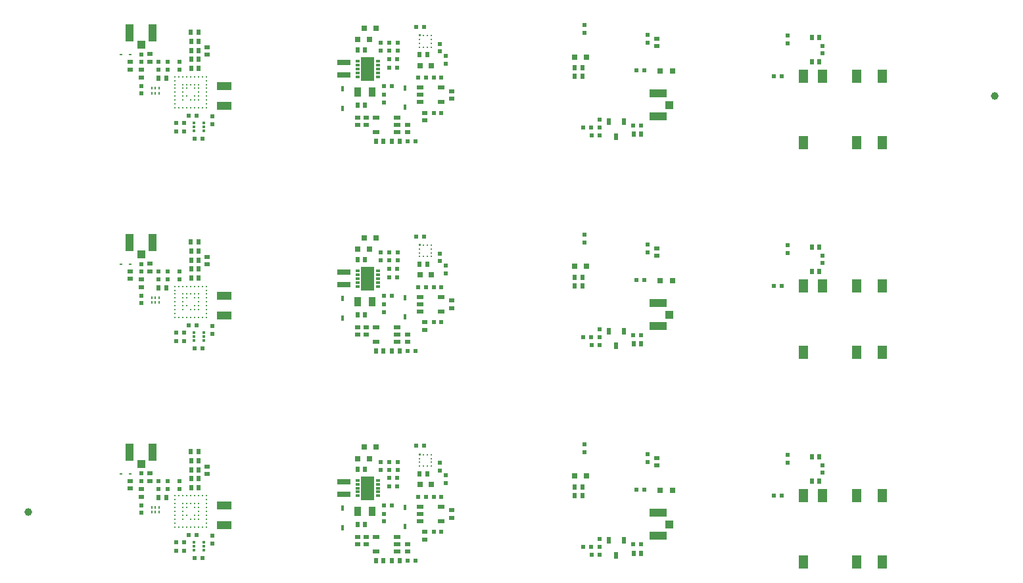
<source format=gbp>
G04*
G04 #@! TF.GenerationSoftware,Altium Limited,Altium Designer,19.0.15 (446)*
G04*
G04 Layer_Color=128*
%FSAX25Y25*%
%MOIN*%
G70*
G01*
G75*
%ADD10C,0.03937*%
%ADD12R,0.03937X0.03937*%
%ADD13R,0.08661X0.04134*%
%ADD15R,0.02520X0.02362*%
%ADD20R,0.02362X0.02520*%
%ADD36R,0.02362X0.01968*%
%ADD37R,0.02441X0.02244*%
%ADD38R,0.02244X0.02441*%
%ADD39R,0.05118X0.07087*%
%ADD41R,0.03150X0.03150*%
%ADD42R,0.01968X0.02362*%
%ADD43R,0.01890X0.03740*%
%ADD46R,0.01772X0.02756*%
%ADD47R,0.01083X0.00984*%
%ADD48R,0.00984X0.01083*%
%ADD49R,0.00394X0.00394*%
%ADD50R,0.03740X0.01890*%
%ADD51R,0.01968X0.01181*%
%ADD52R,0.06890X0.12205*%
%ADD53R,0.06693X0.02756*%
%ADD54R,0.03543X0.05118*%
%ADD56R,0.01417X0.00984*%
%ADD57R,0.03937X0.03937*%
%ADD58R,0.04134X0.08661*%
%ADD59R,0.00787X0.01181*%
%ADD60R,0.01772X0.01181*%
%ADD61C,0.01063*%
%ADD62R,0.07480X0.04331*%
%ADD108C,0.00039*%
G36*
X0968652Y0564292D02*
X0968307Y0563947D01*
X0967668Y0563947D01*
Y0565030D01*
X0968652D01*
X0968652Y0564292D01*
D02*
G37*
G36*
Y0457993D02*
X0968307Y0457648D01*
X0967668Y0457648D01*
Y0458731D01*
X0968652D01*
X0968652Y0457993D01*
D02*
G37*
G36*
Y0351694D02*
X0968307Y0351349D01*
X0967668Y0351349D01*
Y0352432D01*
X0968652D01*
X0968652Y0351694D01*
D02*
G37*
D10*
X0769685Y0322835D02*
D03*
X1259842Y0533661D02*
D03*
D12*
X1094806Y0316565D02*
D03*
Y0422865D02*
D03*
Y0529164D02*
D03*
D13*
X1088900Y0322373D02*
D03*
Y0310758D02*
D03*
Y0428672D02*
D03*
Y0417058D02*
D03*
Y0534971D02*
D03*
Y0523357D02*
D03*
D15*
X1088239Y0350227D02*
D03*
Y0346447D02*
D03*
Y0456526D02*
D03*
Y0452746D02*
D03*
Y0562825D02*
D03*
Y0559046D02*
D03*
X0941191Y0310227D02*
D03*
Y0306447D02*
D03*
X0936585Y0310188D02*
D03*
Y0306408D02*
D03*
X0962136Y0302747D02*
D03*
Y0306526D02*
D03*
X0970798Y0312668D02*
D03*
Y0308888D02*
D03*
X0984223Y0319872D02*
D03*
Y0323652D02*
D03*
X0941191Y0416526D02*
D03*
Y0412746D02*
D03*
X0936585Y0416487D02*
D03*
Y0412707D02*
D03*
X0962136Y0409046D02*
D03*
Y0412825D02*
D03*
X0970798Y0418967D02*
D03*
Y0415188D02*
D03*
X0984223Y0426172D02*
D03*
Y0429951D02*
D03*
X0941191Y0522825D02*
D03*
Y0519046D02*
D03*
X0936585Y0522786D02*
D03*
Y0519006D02*
D03*
X0962136Y0515345D02*
D03*
Y0519125D02*
D03*
X0970798Y0525266D02*
D03*
Y0521487D02*
D03*
X0984223Y0532471D02*
D03*
Y0536250D02*
D03*
X0860404Y0342077D02*
D03*
Y0345857D02*
D03*
X0826979Y0334345D02*
D03*
Y0330565D02*
D03*
X0831428Y0338573D02*
D03*
Y0342353D02*
D03*
X0821432Y0338428D02*
D03*
Y0334648D02*
D03*
X0860404Y0448377D02*
D03*
Y0452156D02*
D03*
X0826979Y0440644D02*
D03*
Y0436865D02*
D03*
X0831428Y0444873D02*
D03*
Y0448652D02*
D03*
X0821432Y0444727D02*
D03*
Y0440947D02*
D03*
X0860404Y0554676D02*
D03*
Y0558455D02*
D03*
X0826979Y0546943D02*
D03*
Y0543164D02*
D03*
X0831428Y0551172D02*
D03*
Y0554951D02*
D03*
X0821432Y0551026D02*
D03*
Y0547247D02*
D03*
D20*
X1170758Y0338416D02*
D03*
X1166979D02*
D03*
X1170758Y0350896D02*
D03*
X1166979D02*
D03*
X1170758Y0444715D02*
D03*
X1166979D02*
D03*
X1170758Y0457195D02*
D03*
X1166979D02*
D03*
X1170758Y0551014D02*
D03*
X1166979D02*
D03*
X1170758Y0563495D02*
D03*
X1166979D02*
D03*
X1050601Y0331014D02*
D03*
X1046821D02*
D03*
X1050601Y0335542D02*
D03*
X1046821D02*
D03*
X1076546Y0301841D02*
D03*
X1080325D02*
D03*
X1050601Y0437314D02*
D03*
X1046821D02*
D03*
X1050601Y0441841D02*
D03*
X1046821D02*
D03*
X1076546Y0408140D02*
D03*
X1080325D02*
D03*
X1050601Y0543613D02*
D03*
X1046821D02*
D03*
X1050601Y0548140D02*
D03*
X1046821D02*
D03*
X1076546Y0514439D02*
D03*
X1080325D02*
D03*
X0957924Y0298061D02*
D03*
X0954144D02*
D03*
X0945994D02*
D03*
X0949774D02*
D03*
X0968160Y0342117D02*
D03*
X0971939D02*
D03*
X0936625Y0316408D02*
D03*
X0940404D02*
D03*
X0936664Y0344361D02*
D03*
X0940443D02*
D03*
X0957924Y0404361D02*
D03*
X0954144D02*
D03*
X0945994D02*
D03*
X0949774D02*
D03*
X0968160Y0448416D02*
D03*
X0971939D02*
D03*
X0936625Y0422707D02*
D03*
X0940404D02*
D03*
X0936664Y0450660D02*
D03*
X0940443D02*
D03*
X0957924Y0510660D02*
D03*
X0954144D02*
D03*
X0945994D02*
D03*
X0949774D02*
D03*
X0968160Y0554715D02*
D03*
X0971939D02*
D03*
X0936625Y0529006D02*
D03*
X0940404D02*
D03*
X0936664Y0556959D02*
D03*
X0940443D02*
D03*
X0855955Y0353337D02*
D03*
X0852176D02*
D03*
X0855992Y0335109D02*
D03*
X0852213D02*
D03*
X0855992Y0344243D02*
D03*
X0852213D02*
D03*
X0855992Y0339676D02*
D03*
X0852213D02*
D03*
X0855992Y0348770D02*
D03*
X0852213D02*
D03*
X0835837Y0330148D02*
D03*
X0839617D02*
D03*
X0855955Y0459636D02*
D03*
X0852176D02*
D03*
X0855992Y0441408D02*
D03*
X0852213D02*
D03*
X0855992Y0450542D02*
D03*
X0852213D02*
D03*
X0855992Y0445975D02*
D03*
X0852213D02*
D03*
X0855992Y0455069D02*
D03*
X0852213D02*
D03*
X0835837Y0436447D02*
D03*
X0839617D02*
D03*
X0855955Y0565936D02*
D03*
X0852176D02*
D03*
X0855992Y0547707D02*
D03*
X0852213D02*
D03*
X0855992Y0556841D02*
D03*
X0852213D02*
D03*
X0855992Y0552274D02*
D03*
X0852213D02*
D03*
X0855992Y0561369D02*
D03*
X0852213D02*
D03*
X0835837Y0542746D02*
D03*
X0839617D02*
D03*
D36*
X1154735Y0347904D02*
D03*
Y0351841D02*
D03*
Y0454203D02*
D03*
Y0458140D02*
D03*
Y0560502D02*
D03*
Y0564439D02*
D03*
X1051585Y0357077D02*
D03*
Y0353140D02*
D03*
X1083790Y0352195D02*
D03*
Y0348258D02*
D03*
X1059302Y0309164D02*
D03*
Y0305227D02*
D03*
X1051585Y0463377D02*
D03*
Y0459439D02*
D03*
X1083790Y0458495D02*
D03*
Y0454558D02*
D03*
X1059302Y0415463D02*
D03*
Y0411526D02*
D03*
X1051585Y0569676D02*
D03*
Y0565739D02*
D03*
X1083790Y0564794D02*
D03*
Y0560857D02*
D03*
X1059302Y0521762D02*
D03*
Y0517825D02*
D03*
X0956939Y0348101D02*
D03*
Y0344164D02*
D03*
X0952609Y0348061D02*
D03*
Y0344125D02*
D03*
X0948278Y0348061D02*
D03*
Y0344125D02*
D03*
X0981506Y0337471D02*
D03*
Y0341408D02*
D03*
X0978317Y0347628D02*
D03*
Y0343691D02*
D03*
X0950113Y0317955D02*
D03*
Y0321892D02*
D03*
X0956939Y0454400D02*
D03*
Y0450463D02*
D03*
X0952609Y0454361D02*
D03*
Y0450424D02*
D03*
X0948278Y0454361D02*
D03*
Y0450424D02*
D03*
X0981506Y0443770D02*
D03*
Y0447707D02*
D03*
X0978317Y0453928D02*
D03*
Y0449991D02*
D03*
X0950113Y0424254D02*
D03*
Y0428191D02*
D03*
X0956939Y0560699D02*
D03*
Y0556762D02*
D03*
X0952609Y0560660D02*
D03*
Y0556723D02*
D03*
X0948278Y0560660D02*
D03*
Y0556723D02*
D03*
X0981506Y0550069D02*
D03*
Y0554006D02*
D03*
X0978317Y0560227D02*
D03*
Y0556290D02*
D03*
X0950113Y0530554D02*
D03*
Y0534491D02*
D03*
X0840207Y0334439D02*
D03*
Y0338376D02*
D03*
X0835837Y0334439D02*
D03*
Y0338376D02*
D03*
X0846270Y0334518D02*
D03*
Y0338455D02*
D03*
X0863002Y0306920D02*
D03*
Y0310857D02*
D03*
X0840207Y0440739D02*
D03*
Y0444676D02*
D03*
X0835837Y0440739D02*
D03*
Y0444676D02*
D03*
X0846270Y0440817D02*
D03*
Y0444754D02*
D03*
X0863002Y0413219D02*
D03*
Y0417156D02*
D03*
X0840207Y0547038D02*
D03*
Y0550975D02*
D03*
X0835837Y0547038D02*
D03*
Y0550975D02*
D03*
X0846270Y0547117D02*
D03*
Y0551054D02*
D03*
X0863002Y0519518D02*
D03*
Y0523455D02*
D03*
D37*
X1172254Y0346526D02*
D03*
Y0342825D02*
D03*
Y0452825D02*
D03*
Y0449124D02*
D03*
Y0559125D02*
D03*
Y0555424D02*
D03*
X0826979Y0338573D02*
D03*
Y0342274D02*
D03*
Y0322540D02*
D03*
Y0326241D02*
D03*
Y0444873D02*
D03*
Y0448573D02*
D03*
Y0428839D02*
D03*
Y0432540D02*
D03*
Y0551172D02*
D03*
Y0554873D02*
D03*
Y0535139D02*
D03*
Y0538839D02*
D03*
D38*
X1147845Y0331211D02*
D03*
X1151546D02*
D03*
X1147845Y0437510D02*
D03*
X1151546D02*
D03*
X1147845Y0543810D02*
D03*
X1151546D02*
D03*
D39*
X1162806Y0331211D02*
D03*
X1172254D02*
D03*
X1189577D02*
D03*
X1202569D02*
D03*
X1162806Y0297353D02*
D03*
X1202569D02*
D03*
X1189577D02*
D03*
X1162806Y0437510D02*
D03*
X1172254D02*
D03*
X1189577D02*
D03*
X1202569D02*
D03*
X1162806Y0403652D02*
D03*
X1202569D02*
D03*
X1189577D02*
D03*
X1162806Y0543810D02*
D03*
X1172254D02*
D03*
X1189577D02*
D03*
X1202569D02*
D03*
X1162806Y0509951D02*
D03*
X1202569D02*
D03*
X1189577D02*
D03*
D41*
X1090107Y0333731D02*
D03*
X1096406D02*
D03*
X1046821Y0340975D02*
D03*
X1052727D02*
D03*
X1090107Y0440030D02*
D03*
X1096406D02*
D03*
X1046821Y0447274D02*
D03*
X1052727D02*
D03*
X1090107Y0546329D02*
D03*
X1096406D02*
D03*
X1046821Y0553573D02*
D03*
X1052727D02*
D03*
X0968199Y0336644D02*
D03*
X0974105D02*
D03*
X0940117Y0355632D02*
D03*
X0946022D02*
D03*
X0936664Y0349794D02*
D03*
X0942569D02*
D03*
X0968199Y0442943D02*
D03*
X0974105D02*
D03*
X0940117Y0461932D02*
D03*
X0946022D02*
D03*
X0936664Y0456093D02*
D03*
X0942569D02*
D03*
X0968199Y0549243D02*
D03*
X0974105D02*
D03*
X0940117Y0568231D02*
D03*
X0946022D02*
D03*
X0936664Y0562392D02*
D03*
X0942569D02*
D03*
D42*
X1078160Y0334006D02*
D03*
X1082097D02*
D03*
X1076388Y0306290D02*
D03*
X1080325D02*
D03*
X1051113Y0305266D02*
D03*
X1055050D02*
D03*
X1059223Y0301132D02*
D03*
X1055286D02*
D03*
X1078160Y0440306D02*
D03*
X1082097D02*
D03*
X1076388Y0412589D02*
D03*
X1080325D02*
D03*
X1051113Y0411565D02*
D03*
X1055050D02*
D03*
X1059223Y0407432D02*
D03*
X1055286D02*
D03*
X1078160Y0546605D02*
D03*
X1082097D02*
D03*
X1076388Y0518888D02*
D03*
X1080325D02*
D03*
X1051113Y0517865D02*
D03*
X1055050D02*
D03*
X1059223Y0513731D02*
D03*
X1055286D02*
D03*
X0962097Y0298140D02*
D03*
X0966034D02*
D03*
X0952609Y0335620D02*
D03*
X0956546D02*
D03*
X0952609Y0339951D02*
D03*
X0956546D02*
D03*
X0966286Y0356290D02*
D03*
X0970223D02*
D03*
X0950097Y0326050D02*
D03*
X0954034D02*
D03*
X0975207Y0312668D02*
D03*
X0979144D02*
D03*
X0979144Y0330345D02*
D03*
X0975207D02*
D03*
X0967294D02*
D03*
X0971231D02*
D03*
X0962097Y0404439D02*
D03*
X0966034D02*
D03*
X0952609Y0441920D02*
D03*
X0956546D02*
D03*
X0952609Y0446250D02*
D03*
X0956546D02*
D03*
X0966286Y0462589D02*
D03*
X0970223D02*
D03*
X0950097Y0432349D02*
D03*
X0954034D02*
D03*
X0975207Y0418967D02*
D03*
X0979144D02*
D03*
X0979144Y0436644D02*
D03*
X0975207D02*
D03*
X0967294D02*
D03*
X0971231D02*
D03*
X0962097Y0510739D02*
D03*
X0966034D02*
D03*
X0952609Y0548219D02*
D03*
X0956546D02*
D03*
X0952609Y0552550D02*
D03*
X0956546D02*
D03*
X0966286Y0568888D02*
D03*
X0970223D02*
D03*
X0950097Y0538648D02*
D03*
X0954034D02*
D03*
X0975207Y0525266D02*
D03*
X0979144D02*
D03*
X0979144Y0542943D02*
D03*
X0975207D02*
D03*
X0967294D02*
D03*
X0971231D02*
D03*
X0848632Y0307353D02*
D03*
X0844695D02*
D03*
X0848593Y0303022D02*
D03*
X0844656D02*
D03*
X0858081Y0299361D02*
D03*
X0854144D02*
D03*
X0851034Y0311211D02*
D03*
X0854971D02*
D03*
X0848632Y0413652D02*
D03*
X0844695D02*
D03*
X0848593Y0409321D02*
D03*
X0844656D02*
D03*
X0858081Y0405660D02*
D03*
X0854144D02*
D03*
X0851034Y0417510D02*
D03*
X0854971D02*
D03*
X0848632Y0519951D02*
D03*
X0844695D02*
D03*
X0848593Y0515621D02*
D03*
X0844656D02*
D03*
X0858081Y0511959D02*
D03*
X0854144D02*
D03*
X0851034Y0523809D02*
D03*
X0854971D02*
D03*
D43*
X1063947Y0308298D02*
D03*
X1071585D02*
D03*
X1067766Y0300660D02*
D03*
X1063947Y0414597D02*
D03*
X1071585D02*
D03*
X1067766Y0406959D02*
D03*
X1063947Y0520896D02*
D03*
X1071585D02*
D03*
X1067766Y0513258D02*
D03*
D46*
X0929105Y0314896D02*
D03*
Y0324739D02*
D03*
X0960680Y0325187D02*
D03*
Y0315345D02*
D03*
X0929105Y0421195D02*
D03*
Y0431038D02*
D03*
X0960680Y0431487D02*
D03*
Y0421644D02*
D03*
X0929105Y0527495D02*
D03*
Y0537337D02*
D03*
X0960680Y0537786D02*
D03*
Y0527943D02*
D03*
D47*
X0968160Y0349912D02*
D03*
Y0347943D02*
D03*
X0974065D02*
D03*
X0974065Y0349912D02*
D03*
X0968160Y0456211D02*
D03*
Y0454243D02*
D03*
X0974065D02*
D03*
X0974065Y0456211D02*
D03*
X0968160Y0562510D02*
D03*
Y0560542D02*
D03*
X0974065D02*
D03*
X0974065Y0562510D02*
D03*
D48*
X0968160Y0345975D02*
D03*
X0970128D02*
D03*
X0972097D02*
D03*
X0974065D02*
D03*
Y0351880D02*
D03*
X0972097D02*
D03*
X0970128D02*
D03*
X0968160Y0452274D02*
D03*
X0970128D02*
D03*
X0972097D02*
D03*
X0974065D02*
D03*
Y0458180D02*
D03*
X0972097D02*
D03*
X0970128D02*
D03*
X0968160Y0558573D02*
D03*
X0970128D02*
D03*
X0972097D02*
D03*
X0974065D02*
D03*
Y0564479D02*
D03*
X0972097D02*
D03*
X0970128D02*
D03*
D49*
X0968160Y0351880D02*
D03*
Y0458180D02*
D03*
Y0564479D02*
D03*
D50*
X0956625Y0310227D02*
D03*
Y0302747D02*
D03*
X0945994D02*
D03*
Y0310227D02*
D03*
X0956625Y0306487D02*
D03*
X0968514Y0318022D02*
D03*
Y0325502D02*
D03*
X0979144D02*
D03*
Y0318022D02*
D03*
X0968514Y0321762D02*
D03*
X0956625Y0416526D02*
D03*
Y0409046D02*
D03*
X0945994D02*
D03*
Y0416526D02*
D03*
X0956625Y0412786D02*
D03*
X0968514Y0424321D02*
D03*
Y0431802D02*
D03*
X0979144D02*
D03*
Y0424321D02*
D03*
X0968514Y0428061D02*
D03*
X0956625Y0522825D02*
D03*
Y0515345D02*
D03*
X0945994D02*
D03*
Y0522825D02*
D03*
X0956625Y0519085D02*
D03*
X0968514Y0530621D02*
D03*
Y0538101D02*
D03*
X0979144D02*
D03*
Y0530621D02*
D03*
X0968514Y0534361D02*
D03*
D51*
X0936644Y0330967D02*
D03*
Y0332936D02*
D03*
Y0334904D02*
D03*
Y0336873D02*
D03*
Y0338841D02*
D03*
X0947077D02*
D03*
Y0336873D02*
D03*
Y0334904D02*
D03*
Y0332936D02*
D03*
Y0330967D02*
D03*
X0936644Y0437266D02*
D03*
Y0439235D02*
D03*
Y0441203D02*
D03*
Y0443172D02*
D03*
Y0445140D02*
D03*
X0947077D02*
D03*
Y0443172D02*
D03*
Y0441203D02*
D03*
Y0439235D02*
D03*
Y0437266D02*
D03*
X0936644Y0543565D02*
D03*
Y0545534D02*
D03*
Y0547502D02*
D03*
Y0549471D02*
D03*
Y0551440D02*
D03*
X0947077D02*
D03*
Y0549471D02*
D03*
Y0547502D02*
D03*
Y0545534D02*
D03*
Y0543565D02*
D03*
D52*
X0941861Y0334904D02*
D03*
Y0441203D02*
D03*
Y0547502D02*
D03*
D53*
X0929813Y0338061D02*
D03*
Y0331762D02*
D03*
Y0444361D02*
D03*
Y0438062D02*
D03*
Y0550660D02*
D03*
Y0544361D02*
D03*
D54*
X0944065Y0323101D02*
D03*
X0936585D02*
D03*
X0944065Y0429400D02*
D03*
X0936585D02*
D03*
X0944065Y0535699D02*
D03*
X0936585D02*
D03*
D56*
X0816703Y0342235D02*
D03*
X0821428D02*
D03*
X0816703Y0448534D02*
D03*
X0821428D02*
D03*
X0816703Y0554833D02*
D03*
X0821428D02*
D03*
D57*
X0826979Y0347243D02*
D03*
Y0453542D02*
D03*
Y0559841D02*
D03*
D58*
X0821172Y0353148D02*
D03*
X0832786D02*
D03*
X0821172Y0459447D02*
D03*
X0832786D02*
D03*
X0821172Y0565747D02*
D03*
X0832786D02*
D03*
D59*
X0836152Y0325030D02*
D03*
X0834184D02*
D03*
X0832215D02*
D03*
Y0322668D02*
D03*
X0834184D02*
D03*
X0836152D02*
D03*
Y0431329D02*
D03*
X0834184D02*
D03*
X0832215D02*
D03*
Y0428967D02*
D03*
X0834184D02*
D03*
X0836152D02*
D03*
Y0537628D02*
D03*
X0834184D02*
D03*
X0832215D02*
D03*
Y0535266D02*
D03*
X0834184D02*
D03*
X0836152D02*
D03*
D60*
X0858849Y0303455D02*
D03*
Y0305424D02*
D03*
Y0307392D02*
D03*
X0853534Y0303455D02*
D03*
Y0305424D02*
D03*
Y0307392D02*
D03*
X0858849Y0409754D02*
D03*
Y0411723D02*
D03*
Y0413691D02*
D03*
X0853534Y0409754D02*
D03*
Y0411723D02*
D03*
Y0413691D02*
D03*
X0858849Y0516054D02*
D03*
Y0518022D02*
D03*
Y0519991D02*
D03*
X0853534Y0516054D02*
D03*
Y0518022D02*
D03*
Y0519991D02*
D03*
D61*
X0859931Y0330936D02*
D03*
X0857963D02*
D03*
X0855995D02*
D03*
X0854026D02*
D03*
X0852057D02*
D03*
X0850089D02*
D03*
X0848120D02*
D03*
X0846152D02*
D03*
X0844184D02*
D03*
X0859931Y0315188D02*
D03*
Y0317156D02*
D03*
Y0319125D02*
D03*
Y0321093D02*
D03*
Y0323061D02*
D03*
Y0325030D02*
D03*
Y0326998D02*
D03*
Y0328967D02*
D03*
X0857963Y0315188D02*
D03*
X0855995D02*
D03*
Y0319125D02*
D03*
Y0321093D02*
D03*
Y0323061D02*
D03*
Y0325030D02*
D03*
Y0326998D02*
D03*
X0854026Y0315188D02*
D03*
Y0319125D02*
D03*
Y0321093D02*
D03*
Y0325030D02*
D03*
Y0326998D02*
D03*
X0852057Y0315188D02*
D03*
Y0319125D02*
D03*
Y0326998D02*
D03*
X0850089Y0315188D02*
D03*
Y0321093D02*
D03*
Y0325030D02*
D03*
Y0326998D02*
D03*
X0848120Y0315188D02*
D03*
Y0319125D02*
D03*
Y0321093D02*
D03*
Y0323061D02*
D03*
Y0325030D02*
D03*
Y0326998D02*
D03*
X0846152Y0315188D02*
D03*
X0844184D02*
D03*
Y0317156D02*
D03*
Y0319125D02*
D03*
Y0321093D02*
D03*
Y0323061D02*
D03*
Y0325030D02*
D03*
Y0326998D02*
D03*
Y0328967D02*
D03*
X0859931Y0437235D02*
D03*
X0857963D02*
D03*
X0855995D02*
D03*
X0854026D02*
D03*
X0852057D02*
D03*
X0850089D02*
D03*
X0848120D02*
D03*
X0846152D02*
D03*
X0844184D02*
D03*
X0859931Y0421487D02*
D03*
Y0423455D02*
D03*
Y0425424D02*
D03*
Y0427392D02*
D03*
Y0429361D02*
D03*
Y0431329D02*
D03*
Y0433298D02*
D03*
Y0435266D02*
D03*
X0857963Y0421487D02*
D03*
X0855995D02*
D03*
Y0425424D02*
D03*
Y0427392D02*
D03*
Y0429361D02*
D03*
Y0431329D02*
D03*
Y0433298D02*
D03*
X0854026Y0421487D02*
D03*
Y0425424D02*
D03*
Y0427392D02*
D03*
Y0431329D02*
D03*
Y0433298D02*
D03*
X0852057Y0421487D02*
D03*
Y0425424D02*
D03*
Y0433298D02*
D03*
X0850089Y0421487D02*
D03*
Y0427392D02*
D03*
Y0431329D02*
D03*
Y0433298D02*
D03*
X0848120Y0421487D02*
D03*
Y0425424D02*
D03*
Y0427392D02*
D03*
Y0429361D02*
D03*
Y0431329D02*
D03*
Y0433298D02*
D03*
X0846152Y0421487D02*
D03*
X0844184D02*
D03*
Y0423455D02*
D03*
Y0425424D02*
D03*
Y0427392D02*
D03*
Y0429361D02*
D03*
Y0431329D02*
D03*
Y0433298D02*
D03*
Y0435266D02*
D03*
X0859931Y0543534D02*
D03*
X0857963D02*
D03*
X0855995D02*
D03*
X0854026D02*
D03*
X0852057D02*
D03*
X0850089D02*
D03*
X0848120D02*
D03*
X0846152D02*
D03*
X0844184D02*
D03*
X0859931Y0527786D02*
D03*
Y0529754D02*
D03*
Y0531723D02*
D03*
Y0533691D02*
D03*
Y0535660D02*
D03*
Y0537628D02*
D03*
Y0539597D02*
D03*
Y0541565D02*
D03*
X0857963Y0527786D02*
D03*
X0855995D02*
D03*
Y0531723D02*
D03*
Y0533691D02*
D03*
Y0535660D02*
D03*
Y0537628D02*
D03*
Y0539597D02*
D03*
X0854026Y0527786D02*
D03*
Y0531723D02*
D03*
Y0533691D02*
D03*
Y0537628D02*
D03*
Y0539597D02*
D03*
X0852057Y0527786D02*
D03*
Y0531723D02*
D03*
Y0539597D02*
D03*
X0850089Y0527786D02*
D03*
Y0533691D02*
D03*
Y0537628D02*
D03*
Y0539597D02*
D03*
X0848120Y0527786D02*
D03*
Y0531723D02*
D03*
Y0533691D02*
D03*
Y0535660D02*
D03*
Y0537628D02*
D03*
Y0539597D02*
D03*
X0846152Y0527786D02*
D03*
X0844184D02*
D03*
Y0529754D02*
D03*
Y0531723D02*
D03*
Y0533691D02*
D03*
Y0535660D02*
D03*
Y0537628D02*
D03*
Y0539597D02*
D03*
Y0541565D02*
D03*
D62*
X0868947Y0316211D02*
D03*
Y0326054D02*
D03*
Y0422510D02*
D03*
Y0432353D02*
D03*
Y0528809D02*
D03*
Y0538652D02*
D03*
D108*
X1063632Y0362747D02*
D03*
X1063317Y0357747D02*
D03*
X1068632Y0362747D02*
D03*
Y0357747D02*
D03*
X1073632Y0362747D02*
D03*
Y0357747D02*
D03*
X1063632Y0469046D02*
D03*
X1063317Y0464046D02*
D03*
X1068632Y0469046D02*
D03*
Y0464046D02*
D03*
X1073632Y0469046D02*
D03*
Y0464046D02*
D03*
X1063632Y0575345D02*
D03*
X1063317Y0570345D02*
D03*
X1068632Y0575345D02*
D03*
Y0570345D02*
D03*
X1073632Y0575345D02*
D03*
Y0570345D02*
D03*
M02*

</source>
